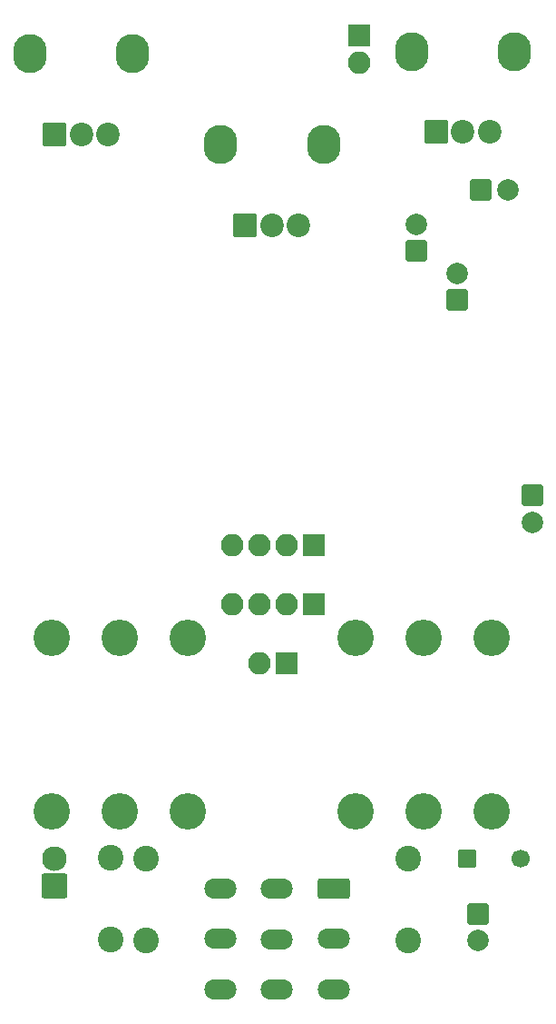
<source format=gbr>
%TF.GenerationSoftware,KiCad,Pcbnew,7.0.2-6a45011f42~172~ubuntu22.04.1*%
%TF.CreationDate,2023-05-29T14:24:00+01:00*%
%TF.ProjectId,rebote-smd,7265626f-7465-42d7-936d-642e6b696361,rev?*%
%TF.SameCoordinates,Original*%
%TF.FileFunction,Soldermask,Bot*%
%TF.FilePolarity,Negative*%
%FSLAX46Y46*%
G04 Gerber Fmt 4.6, Leading zero omitted, Abs format (unit mm)*
G04 Created by KiCad (PCBNEW 7.0.2-6a45011f42~172~ubuntu22.04.1) date 2023-05-29 14:24:00*
%MOMM*%
%LPD*%
G01*
G04 APERTURE LIST*
G04 Aperture macros list*
%AMRoundRect*
0 Rectangle with rounded corners*
0 $1 Rounding radius*
0 $2 $3 $4 $5 $6 $7 $8 $9 X,Y pos of 4 corners*
0 Add a 4 corners polygon primitive as box body*
4,1,4,$2,$3,$4,$5,$6,$7,$8,$9,$2,$3,0*
0 Add four circle primitives for the rounded corners*
1,1,$1+$1,$2,$3*
1,1,$1+$1,$4,$5*
1,1,$1+$1,$6,$7*
1,1,$1+$1,$8,$9*
0 Add four rect primitives between the rounded corners*
20,1,$1+$1,$2,$3,$4,$5,0*
20,1,$1+$1,$4,$5,$6,$7,0*
20,1,$1+$1,$6,$7,$8,$9,0*
20,1,$1+$1,$8,$9,$2,$3,0*%
G04 Aperture macros list end*
%ADD10RoundRect,0.200000X1.300000X0.750000X-1.300000X0.750000X-1.300000X-0.750000X1.300000X-0.750000X0*%
%ADD11O,3.000000X1.900000*%
%ADD12C,3.400000*%
%ADD13RoundRect,0.200000X-0.850000X-0.850000X0.850000X-0.850000X0.850000X0.850000X-0.850000X0.850000X0*%
%ADD14O,2.100000X2.100000*%
%ADD15RoundRect,0.200000X-0.850000X0.850000X-0.850000X-0.850000X0.850000X-0.850000X0.850000X0.850000X0*%
%ADD16RoundRect,0.200000X-0.800000X0.800000X-0.800000X-0.800000X0.800000X-0.800000X0.800000X0.800000X0*%
%ADD17C,2.000000*%
%ADD18RoundRect,0.200000X1.000000X0.950000X-1.000000X0.950000X-1.000000X-0.950000X1.000000X-0.950000X0*%
%ADD19C,2.300000*%
%ADD20C,2.398980*%
%ADD21RoundRect,0.200000X-0.650000X-0.650000X0.650000X-0.650000X0.650000X0.650000X-0.650000X0.650000X0*%
%ADD22C,1.700000*%
%ADD23O,3.120000X3.640000*%
%ADD24RoundRect,0.200000X0.900000X0.900000X-0.900000X0.900000X-0.900000X-0.900000X0.900000X-0.900000X0*%
%ADD25C,2.200000*%
%ADD26RoundRect,0.200000X-0.800000X-0.800000X0.800000X-0.800000X0.800000X0.800000X-0.800000X0.800000X0*%
%ADD27RoundRect,0.200000X0.800000X-0.800000X0.800000X0.800000X-0.800000X0.800000X-0.800000X-0.800000X0*%
G04 APERTURE END LIST*
D10*
%TO.C,SW1*%
X148550000Y-137825000D03*
D11*
X143250000Y-137825000D03*
X137950000Y-137825000D03*
X148550000Y-142525000D03*
X143250000Y-142550000D03*
X137950000Y-142525000D03*
X148550000Y-147225000D03*
X143250000Y-147225000D03*
X137950000Y-147225000D03*
%TD*%
D12*
%TO.C,J3*%
X128595000Y-130665000D03*
X128595000Y-114435000D03*
X122245000Y-130665000D03*
X122245000Y-114435000D03*
X134945000Y-130665000D03*
X134945000Y-114435000D03*
%TD*%
D13*
%TO.C,J1*%
X150910000Y-58325000D03*
D14*
X150910000Y-60865000D03*
%TD*%
D15*
%TO.C,JOVGI1*%
X146700000Y-111350000D03*
D14*
X144160000Y-111350000D03*
X141620000Y-111350000D03*
X139080000Y-111350000D03*
%TD*%
D15*
%TO.C,JOVGI2*%
X146700000Y-105800000D03*
D14*
X144160000Y-105800000D03*
X141620000Y-105800000D03*
X139080000Y-105800000D03*
%TD*%
D16*
%TO.C,C2*%
X162000000Y-140200000D03*
D17*
X162000000Y-142700000D03*
%TD*%
D18*
%TO.C,D1*%
X122500000Y-137540000D03*
D19*
X122500000Y-135000000D03*
%TD*%
D20*
%TO.C,R1*%
X155500000Y-135000000D03*
X155500000Y-142620000D03*
%TD*%
%TO.C,R2*%
X127760000Y-142600000D03*
X127760000Y-134980000D03*
%TD*%
%TO.C,R3*%
X131010000Y-135000000D03*
X131010000Y-142620000D03*
%TD*%
D21*
%TO.C,C1*%
X161050000Y-135000000D03*
D22*
X166050000Y-135000000D03*
%TD*%
D15*
%TO.C,J4*%
X144140000Y-116810000D03*
D14*
X141600000Y-116810000D03*
%TD*%
D12*
%TO.C,J2*%
X156925000Y-114435000D03*
X156925000Y-130665000D03*
X163275000Y-114435000D03*
X163275000Y-130665000D03*
X150575000Y-114435000D03*
X150575000Y-130665000D03*
%TD*%
D23*
%TO.C,RV2*%
X138010000Y-68525000D03*
X147610000Y-68525000D03*
D24*
X140310000Y-76025000D03*
D25*
X142810000Y-76025000D03*
X145310000Y-76025000D03*
%TD*%
D26*
%TO.C,C10*%
X162304888Y-72700000D03*
D17*
X164804888Y-72700000D03*
%TD*%
D23*
%TO.C,RV1*%
X120210000Y-60025000D03*
X129810000Y-60025000D03*
D24*
X122510000Y-67525000D03*
D25*
X125010000Y-67525000D03*
X127510000Y-67525000D03*
%TD*%
D27*
%TO.C,C13*%
X160110000Y-83000000D03*
D17*
X160110000Y-80500000D03*
%TD*%
D16*
%TO.C,C3*%
X167110000Y-101194888D03*
D17*
X167110000Y-103694888D03*
%TD*%
D27*
%TO.C,C12*%
X156310000Y-78400000D03*
D17*
X156310000Y-75900000D03*
%TD*%
D23*
%TO.C,RV3*%
X155810000Y-59825000D03*
X165410000Y-59825000D03*
D24*
X158110000Y-67325000D03*
D25*
X160610000Y-67325000D03*
X163110000Y-67325000D03*
%TD*%
M02*

</source>
